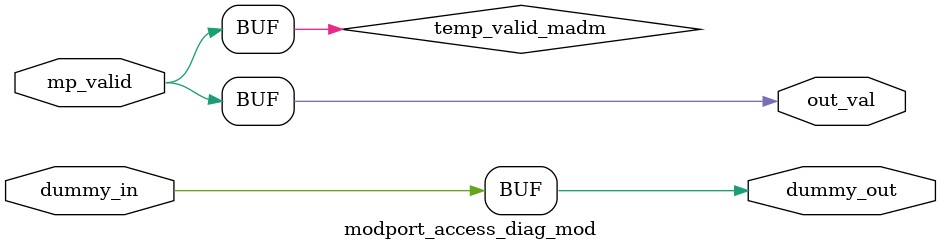
<source format=sv>
module modport_access_diag_mod (
    input logic dummy_in,
    input logic mp_valid,
    output logic dummy_out,
    output logic out_val
);
    logic temp_valid_madm = mp_valid;
    always_comb begin
        out_val   = temp_valid_madm;
        dummy_out = dummy_in;
    end
endmodule


</source>
